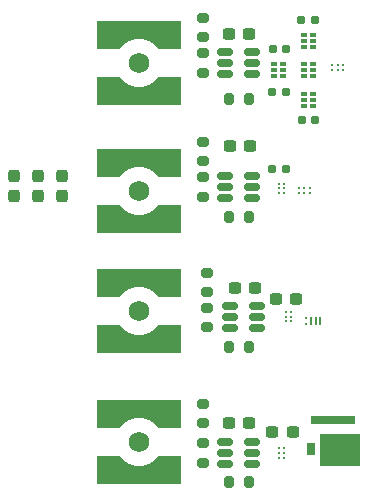
<source format=gbr>
%TF.GenerationSoftware,KiCad,Pcbnew,7.0.7*%
%TF.CreationDate,2024-02-20T21:30:14-08:00*%
%TF.ProjectId,GD_test,47445f74-6573-4742-9e6b-696361645f70,rev?*%
%TF.SameCoordinates,Original*%
%TF.FileFunction,Paste,Top*%
%TF.FilePolarity,Positive*%
%FSLAX46Y46*%
G04 Gerber Fmt 4.6, Leading zero omitted, Abs format (unit mm)*
G04 Created by KiCad (PCBNEW 7.0.7) date 2024-02-20 21:30:14*
%MOMM*%
%LPD*%
G01*
G04 APERTURE LIST*
G04 Aperture macros list*
%AMRoundRect*
0 Rectangle with rounded corners*
0 $1 Rounding radius*
0 $2 $3 $4 $5 $6 $7 $8 $9 X,Y pos of 4 corners*
0 Add a 4 corners polygon primitive as box body*
4,1,4,$2,$3,$4,$5,$6,$7,$8,$9,$2,$3,0*
0 Add four circle primitives for the rounded corners*
1,1,$1+$1,$2,$3*
1,1,$1+$1,$4,$5*
1,1,$1+$1,$6,$7*
1,1,$1+$1,$8,$9*
0 Add four rect primitives between the rounded corners*
20,1,$1+$1,$2,$3,$4,$5,0*
20,1,$1+$1,$4,$5,$6,$7,0*
20,1,$1+$1,$6,$7,$8,$9,0*
20,1,$1+$1,$8,$9,$2,$3,0*%
%AMFreePoly0*
4,1,25,-1.500000,1.420000,-1.360000,1.280000,-1.205000,1.155000,-1.035000,1.045000,-0.860000,0.950000,-0.675000,0.875000,-0.480000,0.820000,-0.280000,0.780000,-0.085000,0.765000,0.085000,0.765000,0.280000,0.780000,0.480000,0.820000,0.675000,0.875000,0.860000,0.950000,1.035000,1.045000,1.205000,1.155000,1.360000,1.280000,1.500000,1.420000,1.645000,1.595000,3.555000,1.595000,
3.555000,-0.755000,-3.555000,-0.755000,-3.555000,1.595000,-1.645000,1.595000,-1.500000,1.420000,-1.500000,1.420000,$1*%
G04 Aperture macros list end*
%ADD10R,3.350000X2.750000*%
%ADD11R,3.750000X0.750000*%
%ADD12R,0.650000X1.050000*%
%ADD13RoundRect,0.237500X-0.237500X0.300000X-0.237500X-0.300000X0.237500X-0.300000X0.237500X0.300000X0*%
%ADD14RoundRect,0.237500X-0.300000X-0.237500X0.300000X-0.237500X0.300000X0.237500X-0.300000X0.237500X0*%
%ADD15O,0.180000X0.310000*%
%ADD16O,0.180000X0.817000*%
%ADD17RoundRect,0.155000X-0.212500X-0.155000X0.212500X-0.155000X0.212500X0.155000X-0.212500X0.155000X0*%
%ADD18C,0.250000*%
%ADD19RoundRect,0.200000X0.275000X-0.200000X0.275000X0.200000X-0.275000X0.200000X-0.275000X-0.200000X0*%
%ADD20RoundRect,0.200000X0.200000X0.275000X-0.200000X0.275000X-0.200000X-0.275000X0.200000X-0.275000X0*%
%ADD21C,1.730000*%
%ADD22FreePoly0,180.000000*%
%ADD23FreePoly0,0.000000*%
%ADD24RoundRect,0.155000X0.212500X0.155000X-0.212500X0.155000X-0.212500X-0.155000X0.212500X-0.155000X0*%
%ADD25C,0.230000*%
%ADD26R,0.520000X0.300000*%
%ADD27RoundRect,0.200000X-0.275000X0.200000X-0.275000X-0.200000X0.275000X-0.200000X0.275000X0.200000X0*%
%ADD28RoundRect,0.150000X-0.512500X-0.150000X0.512500X-0.150000X0.512500X0.150000X-0.512500X0.150000X0*%
G04 APERTURE END LIST*
D10*
%TO.C,Q3*%
X140550000Y-109250000D03*
D11*
X140000000Y-106750000D03*
D12*
X138100000Y-109200000D03*
%TD*%
D13*
%TO.C,C1*%
X117000000Y-86050000D03*
X117000000Y-87775000D03*
%TD*%
D14*
%TO.C,C14*%
X134837500Y-107700000D03*
X136562500Y-107700000D03*
%TD*%
D15*
%TO.C,Q5*%
X137700000Y-98047000D03*
X137700000Y-98554000D03*
D16*
X138100000Y-98300000D03*
X138500000Y-98300000D03*
X138900000Y-98300000D03*
%TD*%
D14*
%TO.C,C12*%
X135137500Y-96500000D03*
X136862500Y-96500000D03*
%TD*%
D17*
%TO.C,C6*%
X134832500Y-85500000D03*
X135967500Y-85500000D03*
%TD*%
D18*
%TO.C,U9*%
X136000000Y-97550000D03*
X136400000Y-97550000D03*
X136000000Y-97950000D03*
X136400000Y-97950000D03*
X136000000Y-98350000D03*
X136400000Y-98350000D03*
%TD*%
D19*
%TO.C,R3*%
X129000000Y-84825000D03*
X129000000Y-83175000D03*
%TD*%
D20*
%TO.C,R11*%
X132825000Y-112000000D03*
X131175000Y-112000000D03*
%TD*%
D14*
%TO.C,C4*%
X131225000Y-83500000D03*
X132950000Y-83500000D03*
%TD*%
D21*
%TO.C,J2*%
X123500000Y-97500000D03*
D22*
X123500000Y-94700000D03*
D23*
X123500000Y-100300000D03*
%TD*%
D24*
%TO.C,C8*%
X136017500Y-75300000D03*
X134882500Y-75300000D03*
%TD*%
D20*
%TO.C,R2*%
X132825000Y-89500000D03*
X131175000Y-89500000D03*
%TD*%
D25*
%TO.C,Q1*%
X139900000Y-76650000D03*
X139900000Y-77100000D03*
X140350000Y-76650000D03*
X140350000Y-77100000D03*
X140800000Y-76650000D03*
X140800000Y-77100000D03*
%TD*%
D24*
%TO.C,C7*%
X135967500Y-78950000D03*
X134832500Y-78950000D03*
%TD*%
D26*
%TO.C,U6*%
X137550000Y-76600000D03*
X137550000Y-77100000D03*
X137550000Y-77600000D03*
X138300000Y-77600000D03*
X138300000Y-77100000D03*
X138300000Y-76600000D03*
%TD*%
D13*
%TO.C,C3*%
X112990000Y-86050000D03*
X112990000Y-87775000D03*
%TD*%
D18*
%TO.C,U11*%
X135400000Y-109100000D03*
X135800000Y-109100000D03*
X135400000Y-109500000D03*
X135800000Y-109500000D03*
X135400000Y-109900000D03*
X135800000Y-109900000D03*
%TD*%
D19*
%TO.C,R12*%
X129000000Y-107000000D03*
X129000000Y-105350000D03*
%TD*%
D26*
%TO.C,U3*%
X135000000Y-76600000D03*
X135000000Y-77100000D03*
X135000000Y-77600000D03*
X135750000Y-77600000D03*
X135750000Y-77100000D03*
X135750000Y-76600000D03*
%TD*%
D27*
%TO.C,R7*%
X129300000Y-97225000D03*
X129300000Y-98875000D03*
%TD*%
D28*
%TO.C,U2*%
X130862500Y-86050000D03*
X130862500Y-87000000D03*
X130862500Y-87950000D03*
X133137500Y-87950000D03*
X133137500Y-87000000D03*
X133137500Y-86050000D03*
%TD*%
D13*
%TO.C,C2*%
X115000000Y-86050000D03*
X115000000Y-87775000D03*
%TD*%
D19*
%TO.C,R6*%
X129000000Y-74325000D03*
X129000000Y-72675000D03*
%TD*%
D28*
%TO.C,U4*%
X130862500Y-75550000D03*
X130862500Y-76500000D03*
X130862500Y-77450000D03*
X133137500Y-77450000D03*
X133137500Y-76500000D03*
X133137500Y-75550000D03*
%TD*%
D14*
%TO.C,C16*%
X131137500Y-107000000D03*
X132862500Y-107000000D03*
%TD*%
D18*
%TO.C,U1*%
X135400000Y-86700000D03*
X135800000Y-86700000D03*
X135400000Y-87100000D03*
X135800000Y-87100000D03*
X135400000Y-87500000D03*
X135800000Y-87500000D03*
%TD*%
D26*
%TO.C,U7*%
X137550000Y-79100000D03*
X137550000Y-79600000D03*
X137550000Y-80100000D03*
X138300000Y-80100000D03*
X138300000Y-79600000D03*
X138300000Y-79100000D03*
%TD*%
D21*
%TO.C,J1*%
X123500000Y-87300000D03*
D22*
X123500000Y-84500000D03*
D23*
X123500000Y-90100000D03*
%TD*%
D28*
%TO.C,U8*%
X131225000Y-97050000D03*
X131225000Y-98000000D03*
X131225000Y-98950000D03*
X133500000Y-98950000D03*
X133500000Y-98000000D03*
X133500000Y-97050000D03*
%TD*%
D25*
%TO.C,Q2*%
X137100000Y-87050000D03*
X137100000Y-87500000D03*
X137550000Y-87050000D03*
X137550000Y-87500000D03*
X138000000Y-87050000D03*
X138000000Y-87500000D03*
%TD*%
D21*
%TO.C,J3*%
X123500000Y-108600000D03*
D22*
X123500000Y-105800000D03*
D23*
X123500000Y-111400000D03*
%TD*%
D24*
%TO.C,C9*%
X138417500Y-72850000D03*
X137282500Y-72850000D03*
%TD*%
D28*
%TO.C,U10*%
X130862500Y-108550000D03*
X130862500Y-109500000D03*
X130862500Y-110450000D03*
X133137500Y-110450000D03*
X133137500Y-109500000D03*
X133137500Y-108550000D03*
%TD*%
D27*
%TO.C,R1*%
X129000000Y-86175000D03*
X129000000Y-87825000D03*
%TD*%
D26*
%TO.C,U5*%
X137550000Y-74100000D03*
X137550000Y-74600000D03*
X137550000Y-75100000D03*
X138300000Y-75100000D03*
X138300000Y-74600000D03*
X138300000Y-74100000D03*
%TD*%
D19*
%TO.C,R9*%
X129300000Y-95875000D03*
X129300000Y-94225000D03*
%TD*%
D14*
%TO.C,C15*%
X131637500Y-95500000D03*
X133362500Y-95500000D03*
%TD*%
D20*
%TO.C,R5*%
X132825000Y-79500000D03*
X131175000Y-79500000D03*
%TD*%
D24*
%TO.C,C17*%
X138467500Y-81350000D03*
X137332500Y-81350000D03*
%TD*%
D14*
%TO.C,C10*%
X131137500Y-74000000D03*
X132862500Y-74000000D03*
%TD*%
D27*
%TO.C,R4*%
X129000000Y-75675000D03*
X129000000Y-77325000D03*
%TD*%
%TO.C,R10*%
X129000000Y-108675000D03*
X129000000Y-110325000D03*
%TD*%
D21*
%TO.C,J4*%
X123500000Y-76500000D03*
D22*
X123500000Y-73700000D03*
D23*
X123500000Y-79300000D03*
%TD*%
D20*
%TO.C,R8*%
X132825000Y-100500000D03*
X131175000Y-100500000D03*
%TD*%
M02*

</source>
